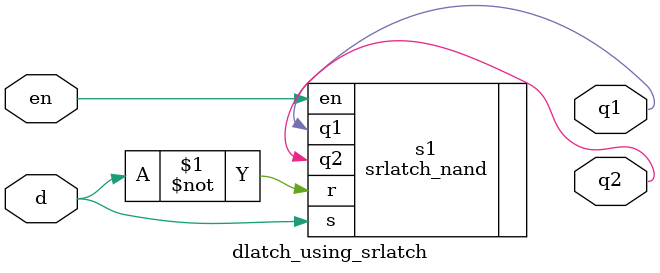
<source format=v>
module dlatch_using_srlatch(output q1,q2,input en,d);
	srlatch_nand s1 (.q1(q1),.q2(q2),.en(en),.s(d),.r(~d));
endmodule 
</source>
